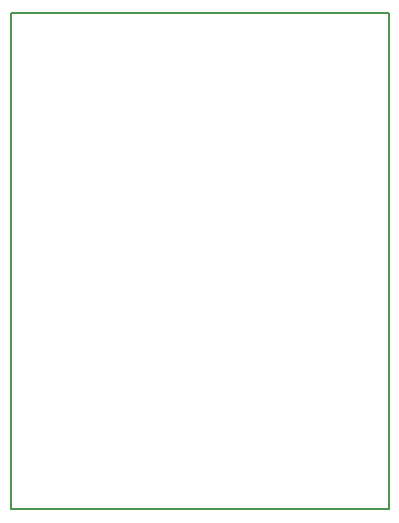
<source format=gbr>
%TF.GenerationSoftware,KiCad,Pcbnew,8.0.2-8.0.2-0~ubuntu22.04.1*%
%TF.CreationDate,2024-05-02T20:41:03+02:00*%
%TF.ProjectId,Schimpfolino_EEPROM,53636869-6d70-4666-9f6c-696e6f5f4545,rev?*%
%TF.SameCoordinates,Original*%
%TF.FileFunction,Profile,NP*%
%FSLAX46Y46*%
G04 Gerber Fmt 4.6, Leading zero omitted, Abs format (unit mm)*
G04 Created by KiCad (PCBNEW 8.0.2-8.0.2-0~ubuntu22.04.1) date 2024-05-02 20:41:03*
%MOMM*%
%LPD*%
G01*
G04 APERTURE LIST*
%TA.AperFunction,Profile*%
%ADD10C,0.200000*%
%TD*%
G04 APERTURE END LIST*
D10*
X100000000Y-50000000D02*
X132000000Y-50000000D01*
X132000000Y-92000000D01*
X100000000Y-92000000D01*
X100000000Y-50000000D01*
M02*

</source>
